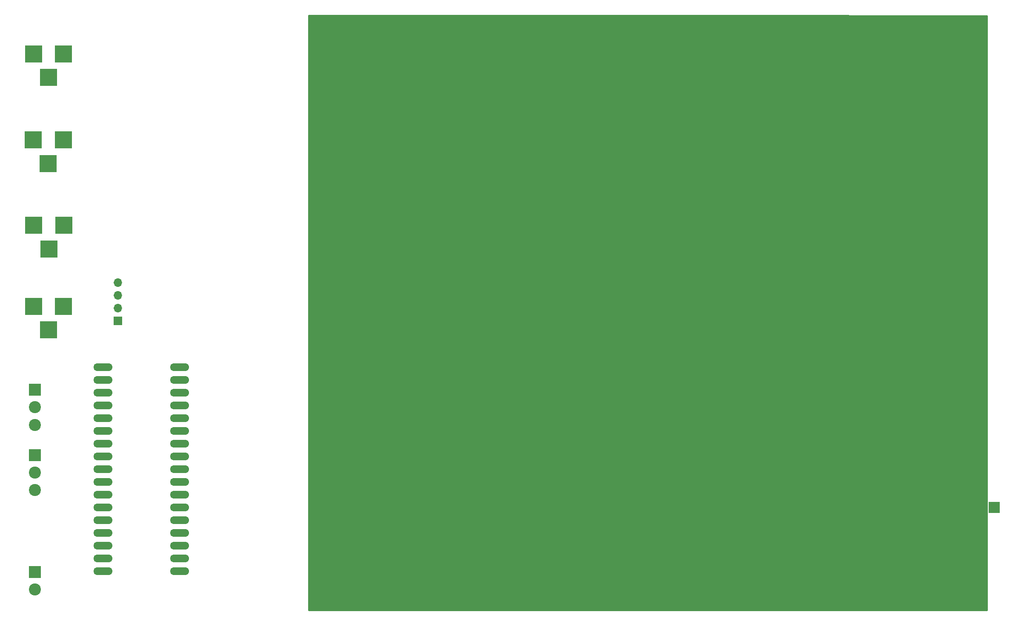
<source format=gbr>
G04 #@! TF.FileFunction,Soldermask,Bot*
%FSLAX46Y46*%
G04 Gerber Fmt 4.6, Leading zero omitted, Abs format (unit mm)*
G04 Created by KiCad (PCBNEW 4.0.2-stable) date Monday, November 12, 2018 'PMt' 10:07:05 PM*
%MOMM*%
G01*
G04 APERTURE LIST*
%ADD10C,0.100000*%
%ADD11R,3.500120X3.500120*%
%ADD12O,3.810000X1.524000*%
%ADD13R,2.235200X2.235200*%
%ADD14R,3.500000X3.500000*%
%ADD15C,2.400000*%
%ADD16R,2.400000X2.400000*%
%ADD17R,1.700000X1.700000*%
%ADD18O,1.700000X1.700000*%
%ADD19C,0.254000*%
G04 APERTURE END LIST*
D10*
D11*
X47120140Y-97550000D03*
X41120660Y-97550000D03*
X44120400Y-102249000D03*
D12*
X54970000Y-142790000D03*
X54970000Y-145330000D03*
X54970000Y-147870000D03*
X54970000Y-150410000D03*
X54970000Y-152950000D03*
X54970000Y-155490000D03*
X54970000Y-158030000D03*
X54970000Y-160570000D03*
X54970000Y-163110000D03*
X54970000Y-165650000D03*
X54970000Y-168190000D03*
X54970000Y-170730000D03*
X54970000Y-173270000D03*
X54970000Y-175810000D03*
X54970000Y-178350000D03*
X54970000Y-180890000D03*
X54970000Y-183430000D03*
X70210000Y-142790000D03*
X70210000Y-145330000D03*
X70210000Y-147870000D03*
X70210000Y-150410000D03*
X70210000Y-152950000D03*
X70210000Y-155490000D03*
X70210000Y-158030000D03*
X70210000Y-160570000D03*
X70210000Y-163110000D03*
X70210000Y-165650000D03*
X70210000Y-168190000D03*
X70210000Y-170730000D03*
X70210000Y-173270000D03*
X70210000Y-175810000D03*
X70210000Y-178350000D03*
X70210000Y-180890000D03*
X70210000Y-183430000D03*
D13*
X232310000Y-170790000D03*
D11*
X47170140Y-80400000D03*
X41170660Y-80400000D03*
X44170400Y-85099000D03*
D14*
X47170000Y-130700000D03*
X41170000Y-130700000D03*
X44170000Y-135400000D03*
D15*
X41470000Y-163800000D03*
X41470000Y-167300000D03*
D16*
X41470000Y-160300000D03*
D17*
X57970000Y-133600000D03*
D18*
X57970000Y-131060000D03*
X57970000Y-128520000D03*
X57970000Y-125980000D03*
D15*
X41470000Y-187100000D03*
D16*
X41470000Y-183600000D03*
D15*
X41470000Y-150800000D03*
X41470000Y-154300000D03*
D16*
X41470000Y-147300000D03*
D14*
X47220000Y-114550000D03*
X41220000Y-114550000D03*
X44220000Y-119250000D03*
D19*
G36*
X203353006Y-72749410D02*
X203381447Y-72791035D01*
X203423841Y-72818315D01*
X203470000Y-72827000D01*
X230843000Y-72827000D01*
X230843000Y-191273000D01*
X95897000Y-191273000D01*
X95897000Y-72727000D01*
X203348468Y-72727000D01*
X203353006Y-72749410D01*
X203353006Y-72749410D01*
G37*
X203353006Y-72749410D02*
X203381447Y-72791035D01*
X203423841Y-72818315D01*
X203470000Y-72827000D01*
X230843000Y-72827000D01*
X230843000Y-191273000D01*
X95897000Y-191273000D01*
X95897000Y-72727000D01*
X203348468Y-72727000D01*
X203353006Y-72749410D01*
M02*

</source>
